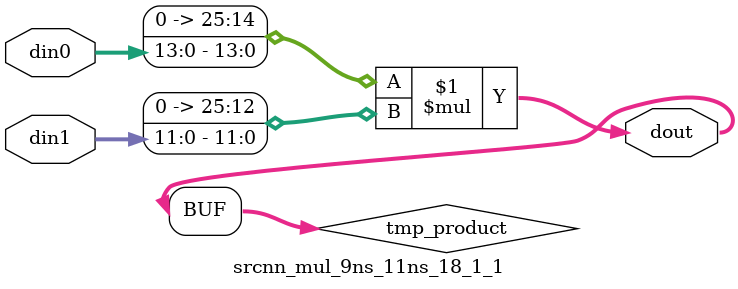
<source format=v>

`timescale 1 ns / 1 ps

  module srcnn_mul_9ns_11ns_18_1_1(din0, din1, dout);
parameter ID = 1;
parameter NUM_STAGE = 0;
parameter din0_WIDTH = 14;
parameter din1_WIDTH = 12;
parameter dout_WIDTH = 26;

input [din0_WIDTH - 1 : 0] din0; 
input [din1_WIDTH - 1 : 0] din1; 
output [dout_WIDTH - 1 : 0] dout;

wire signed [dout_WIDTH - 1 : 0] tmp_product;










assign tmp_product = $signed({1'b0, din0}) * $signed({1'b0, din1});











assign dout = tmp_product;







endmodule

</source>
